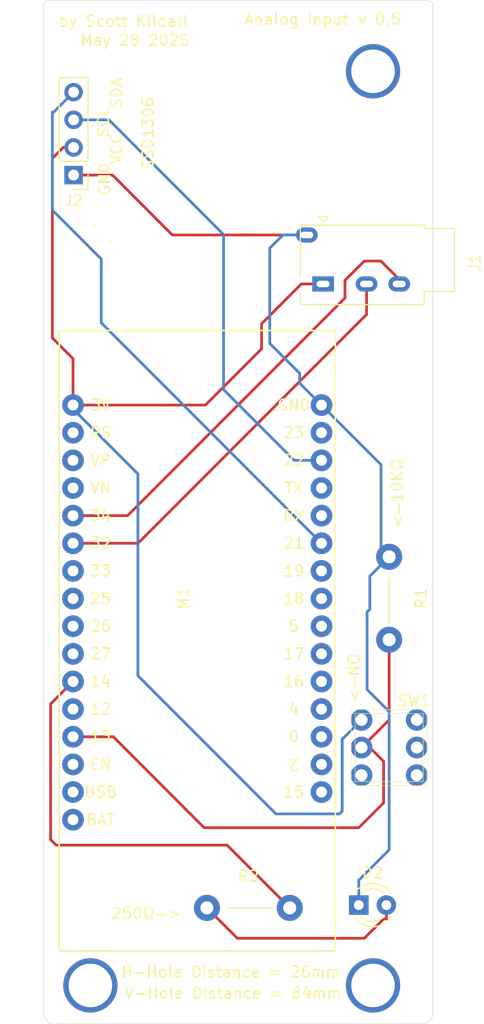
<source format=kicad_pcb>
(kicad_pcb (version 20241229) (generator "pcbnew") (generator_version "9.0")
  (layers (0 "F.Cu" signal) (2 "B.Cu" signal) (13 "F.Paste" user) (15 "B.Paste" user) (5 "F.SilkS" user "F.Silkscreen") (7 "B.SilkS" user "B.Silkscreen") (1 "F.Mask" user) (3 "B.Mask" user) (25 "Edge.Cuts" user))
  (net 0 "")
  (net 1 "Net-(M1-Pad1)")
  (net 2 "Net-(M1-Pad3)")
  (net 3 "Net-(M1-Pad4)")
  (net 4 "Net-(M1-Pad5)")
  (net 5 "Net-(M1-Pad6)")
  (net 6 "Net-(M1-Pad7)")
  (net 7 "Net-(M1-Pad8)")
  (net 8 "Net-(M1-Pad9)")
  (net 9 "Net-(M1-Pad10)")
  (net 10 "Net-(M1-Pad13)")
  (net 11 "Net-(M1-Pad14)")
  (net 12 "Net-(M1-Pad15)")
  (net 13 "Net-(M1-Pad18)")
  (net 14 "Net-(M1-Pad19)")
  (net 15 "Net-(M1-Pad22)")
  (net 16 "Net-(M1-Pad23)")
  (net 17 "Net-(M1-Pad24)")
  (net 18 "Net-(M1-Pad25)")
  (net 19 "Net-(M1-Pad26)")
  (net 20 "Net-(M1-Pad28)")
  (net 21 "Net-(M1-Pad29)")
  (net 22 "Net-(M1-Pad31)")
  (net 23 "Net-(D2-Pad2)")
  (net 24 "Net-(M1-Pad2)")
  (net 25 "Net-(J1-PadT)")
  (net 26 "Net-(J1-PadR1)")
  (net 27 "Net-(J1-PadR2)")
  (net 28 "Net-(M1-Pad20)")
  (net 29 "Net-(M1-Pad21)")
  (net 30 "Net-(J2-Pad3)")
  (net 31 "Net-(J2-Pad4)")
  (net 32 "Net-(D2-Pad1)")
  (footprint "Xenoform_Kicad:LolinD32_v1" (layer "F.Cu") (at 170.561 90.4494 90)
    (property "Reference" "M1" (at 0 0 90) (layer "F.SilkS"))
    (property "Value" "LolinD32_v1")
    (fp_line (start 24.63 -11.43) (end -32.37 -11.43) (stroke (width 0.15)) (layer "F.SilkS"))
    (fp_line (start -32.37 -11.43) (end -32.37 13.97) (stroke (width 0.15)) (layer "F.SilkS"))
    (fp_line (start 24.63 13.97) (end 24.63 -11.43) (stroke (width 0.15)) (layer "F.SilkS"))
    (fp_line (start -32.37 13.97) (end 24.63 13.97) (stroke (width 0.15)) (layer "F.SilkS"))
    (fp_text user "32" (at 5.08 -7.62 0) (layer "F.SilkS"))
    (fp_text user "USB" (at -17.78 -7.62 0) (layer "F.SilkS"))
    (fp_text user "33" (at 2.54 -7.62 0) (layer "F.SilkS"))
    (fp_text user "23" (at 15.24 10.16 0) (layer "F.SilkS"))
    (fp_text user "34" (at 7.62 -7.62 0) (layer "F.SilkS"))
    (fp_text user "RX" (at 7.62 10.16 0) (layer "F.SilkS"))
    (fp_text user "17" (at -5.08 10.16 0) (layer "F.SilkS"))
    (fp_text user "RS" (at 15.24 -7.62 0) (layer "F.SilkS"))
    (fp_text user "BAT" (at -20.32 -7.62 0) (layer "F.SilkS"))
    (fp_text user "21" (at 5.08 10.16 0) (layer "F.SilkS"))
    (fp_text user "22" (at 12.7 10.16 0) (layer "F.SilkS"))
    (fp_text user "5" (at -2.54 10.16 0) (layer "F.SilkS"))
    (fp_text user "26" (at -2.54 -7.62 0) (layer "F.SilkS"))
    (fp_text user "13" (at -12.7 -7.62 0) (layer "F.SilkS"))
    (fp_text user "12" (at -10.16 -7.62 0) (layer "F.SilkS"))
    (fp_text user "VP" (at 12.7 -7.62 0) (layer "F.SilkS"))
    (fp_text user "27" (at -5.08 -7.62 0) (layer "F.SilkS"))
    (fp_text user "VN" (at 10.16 -7.62 0) (layer "F.SilkS"))
    (fp_text user "15" (at -17.78 10.16 0) (layer "F.SilkS"))
    (fp_text user "14" (at -7.62 -7.62 0) (layer "F.SilkS"))
    (fp_text user "GND" (at 17.78 10.16 0) (layer "F.SilkS"))
    (fp_text user "25" (at 0 -7.62 0) (layer "F.SilkS"))
    (fp_text user "2" (at -15.24 10.16 180) (layer "F.SilkS"))
    (fp_text user "18" (at 0 10.16 0) (layer "F.SilkS"))
    (fp_text user "16" (at -7.62 10.16 0) (layer "F.SilkS"))
    (fp_text user "4" (at -10.16 10.16 0) (layer "F.SilkS"))
    (fp_text user "3V" (at 17.78 -7.62 0) (layer "F.SilkS"))
    (fp_text user "19" (at 2.54 10.16 0) (layer "F.SilkS"))
    (fp_text user "EN" (at -15.24 -7.62 0) (layer "F.SilkS"))
    (fp_text user "TX" (at 10.16 10.16 0) (layer "F.SilkS"))
    (fp_text user "0" (at -12.7 10.16 0) (layer "F.SilkS"))
    (pad "1" thru_hole circle (at -20.32 -10.16 90) (size 2 2) (drill 1) (layers "*.Cu" "*.Mask") (net 1 "Net-(M1-Pad1)"))
    (pad "2" thru_hole circle (at -17.78 -10.16 90) (size 2 2) (drill 1) (layers "*.Cu" "*.Mask") (net 24 "Net-(M1-Pad2)"))
    (pad "3" thru_hole circle (at -15.24 -10.16 90) (size 2 2) (drill 1) (layers "*.Cu" "*.Mask") (net 2 "Net-(M1-Pad3)"))
    (pad "4" thru_hole circle (at -12.7 -10.16 90) (size 2 2) (drill 1) (layers "*.Cu" "*.Mask") (net 3 "Net-(M1-Pad4)"))
    (pad "5" thru_hole circle (at -10.16 -10.16 90) (size 2 2) (drill 1) (layers "*.Cu" "*.Mask") (net 4 "Net-(M1-Pad5)"))
    (pad "6" thru_hole circle (at -7.62 -10.16 90) (size 2 2) (drill 1) (layers "*.Cu" "*.Mask") (net 5 "Net-(M1-Pad6)"))
    (pad "7" thru_hole circle (at -5.08 -10.16 90) (size 2 2) (drill 1) (layers "*.Cu" "*.Mask") (net 6 "Net-(M1-Pad7)"))
    (pad "8" thru_hole circle (at -2.54 -10.16 90) (size 2 2) (drill 1) (layers "*.Cu" "*.Mask") (net 7 "Net-(M1-Pad8)"))
    (pad "9" thru_hole circle (at 0 -10.16 90) (size 2 2) (drill 1) (layers "*.Cu" "*.Mask") (net 8 "Net-(M1-Pad9)"))
    (pad "10" thru_hole circle (at 2.54 -10.16 90) (size 2 2) (drill 1) (layers "*.Cu" "*.Mask") (net 9 "Net-(M1-Pad10)"))
    (pad "11" thru_hole circle (at 5.08 -10.16 90) (size 2 2) (drill 1) (layers "*.Cu" "*.Mask") (net 26 "Net-(J1-PadR1)"))
    (pad "12" thru_hole circle (at 7.62 -10.16 90) (size 2 2) (drill 1) (layers "*.Cu" "*.Mask") (net 27 "Net-(J1-PadR2)"))
    (pad "13" thru_hole circle (at 10.16 -10.16 90) (size 2 2) (drill 1) (layers "*.Cu" "*.Mask") (net 10 "Net-(M1-Pad13)"))
    (pad "14" thru_hole circle (at 12.7 -10.16 90) (size 2 2) (drill 1) (layers "*.Cu" "*.Mask") (net 11 "Net-(M1-Pad14)"))
    (pad "15" thru_hole circle (at 15.24 -10.16 90) (size 2 2) (drill 1) (layers "*.Cu" "*.Mask") (net 12 "Net-(M1-Pad15)"))
    (pad "16" thru_hole circle (at 17.78 -10.16 90) (size 2 2) (drill 1) (layers "*.Cu" "*.Mask") (net 25 "Net-(J1-PadT)"))
    (pad "18" thru_hole circle (at -17.78 12.7 90) (size 2 2) (drill 1) (layers "*.Cu" "*.Mask") (net 13 "Net-(M1-Pad18)"))
    (pad "19" thru_hole circle (at -15.24 12.7 90) (size 2 2) (drill 1) (layers "*.Cu" "*.Mask") (net 14 "Net-(M1-Pad19)"))
    (pad "20" thru_hole circle (at -12.7 12.7 90) (size 2 2) (drill 1) (layers "*.Cu" "*.Mask") (net 28 "Net-(M1-Pad20)"))
    (pad "21" thru_hole circle (at -10.16 12.7 90) (size 2 2) (drill 1) (layers "*.Cu" "*.Mask") (net 29 "Net-(M1-Pad21)"))
    (pad "22" thru_hole circle (at -7.62 12.7 90) (size 2 2) (drill 1) (layers "*.Cu" "*.Mask") (net 15 "Net-(M1-Pad22)"))
    (pad "23" thru_hole circle (at -5.08 12.7 90) (size 2 2) (drill 1) (layers "*.Cu" "*.Mask") (net 16 "Net-(M1-Pad23)"))
    (pad "24" thru_hole circle (at -2.54 12.7 90) (size 2 2) (drill 1) (layers "*.Cu" "*.Mask") (net 17 "Net-(M1-Pad24)"))
    (pad "25" thru_hole circle (at 0 12.7 90) (size 2 2) (drill 1) (layers "*.Cu" "*.Mask") (net 18 "Net-(M1-Pad25)"))
    (pad "26" thru_hole circle (at 2.54 12.7 90) (size 2 2) (drill 1) (layers "*.Cu" "*.Mask") (net 19 "Net-(M1-Pad26)"))
    (pad "27" thru_hole circle (at 5.08 12.7 90) (size 2 2) (drill 1) (layers "*.Cu" "*.Mask") (net 31 "Net-(J2-Pad4)"))
    (pad "28" thru_hole circle (at 7.62 12.7 90) (size 2 2) (drill 1) (layers "*.Cu" "*.Mask") (net 20 "Net-(M1-Pad28)"))
    (pad "29" thru_hole circle (at 10.16 12.7 90) (size 2 2) (drill 1) (layers "*.Cu" "*.Mask") (net 21 "Net-(M1-Pad29)"))
    (pad "30" thru_hole circle (at 12.7 12.7 90) (size 2 2) (drill 1) (layers "*.Cu" "*.Mask") (net 30 "Net-(J2-Pad3)"))
    (pad "31" thru_hole circle (at 15.24 12.7 90) (size 2 2) (drill 1) (layers "*.Cu" "*.Mask") (net 22 "Net-(M1-Pad31)"))
    (pad "32" thru_hole circle (at 17.78 12.7 90) (size 2 2) (drill 1) (layers "*.Cu" "*.Mask") (net 32 "Net-(D2-Pad1)"))
  )
  (footprint "Xenoform_Kicad:Jack_3.5mm_PJ320D_ThruHole" (layer "F.Cu") (at 183.41 57.04 -90)
    (property "Reference" "J1" (at 2.54 -13.97 90) (layer "F.SilkS"))
    (property "Value" "AudioJack4")
    (fp_line (start -0.9 2.1) (end 3.7 2.1) (stroke (width 0.12)) (layer "F.SilkS"))
    (fp_line (start 6.4 2.1) (end 5.3 2.1) (stroke (width 0.12)) (layer "F.SilkS"))
    (fp_line (start -1.7 0.5) (end -1.2 0) (stroke (width 0.12)) (layer "F.SilkS"))
    (fp_line (start -1.2 0) (end -1.7 -0.5) (stroke (width 0.12)) (layer "F.SilkS"))
    (fp_line (start -1.7 -0.5) (end -1.7 0.5) (stroke (width 0.12)) (layer "F.SilkS"))
    (fp_line (start -0.9 -9.3) (end -0.9 2.1) (stroke (width 0.12)) (layer "F.SilkS"))
    (fp_line (start -0.9 -9.3) (end -0.6 -9.3) (stroke (width 0.12)) (layer "F.SilkS"))
    (fp_line (start -0.6 -9.3) (end -0.6 -12.1) (stroke (width 0.12)) (layer "F.SilkS"))
    (fp_line (start 5.2 -9.3) (end 6.4 -9.3) (stroke (width 0.12)) (layer "F.SilkS"))
    (fp_line (start 5.2 -9.3) (end 5.2 -12.1) (stroke (width 0.12)) (layer "F.SilkS"))
    (fp_line (start 6.4 -9.3) (end 6.4 2.1) (stroke (width 0.12)) (layer "F.SilkS"))
    (fp_line (start 5.2 -12.1) (end -0.6 -12.1) (stroke (width 0.12)) (layer "F.SilkS"))
    (pad "" np_thru_hole circle (at 2.3 -8.6 180) (size 1.2 1.2) (drill 1.2) (layers "*.Cu" "*.Mask"))
    (pad "" np_thru_hole circle (at 2.3 -1.6 180) (size 1.2 1.2) (drill 1.2) (layers "*.Cu" "*.Mask"))
    (pad "R1" thru_hole oval (at 4.5 -4 180) (size 2 1.4) (drill oval 1.2 0.6) (layers "*.Cu" "*.Mask") (net 26 "Net-(J1-PadR1)"))
    (pad "R2" thru_hole oval (at 4.5 -7 180) (size 2 1.4) (drill oval 1.2 0.6) (layers "*.Cu" "*.Mask") (net 27 "Net-(J1-PadR2)"))
    (pad "S" thru_hole oval (at 0 1.5 180) (size 2 1.4) (drill oval 1.2 0.6) (layers "*.Cu" "*.Mask") (net 32 "Net-(D2-Pad1)"))
    (pad "T" thru_hole rect (at 4.5 0 180) (size 2 1.4) (drill oval 1.2 0.6) (layers "*.Cu" "*.Mask") (net 25 "Net-(J1-PadT)"))
  )
  (footprint "Connector_PinHeader_2.54mm:PinHeader_1x04_P2.54mm_Vertical" (layer "F.Cu") (at 160.4518 51.5366 180)
    (property "Reference" "J2" (at 0 -2.33 0) (layer "F.SilkS"))
    (property "Value" "Conn_01x04_Male")
    (fp_line (start 1.33 1.27) (end 1.33 8.95) (stroke (width 0.12)) (layer "F.SilkS"))
    (fp_line (start -1.33 8.95) (end 1.33 8.95) (stroke (width 0.12)) (layer "F.SilkS"))
    (fp_line (start -1.33 1.27) (end 1.33 1.27) (stroke (width 0.12)) (layer "F.SilkS"))
    (fp_line (start -1.33 1.27) (end -1.33 8.95) (stroke (width 0.12)) (layer "F.SilkS"))
    (fp_line (start -1.33 0) (end -1.33 -1.33) (stroke (width 0.12)) (layer "F.SilkS"))
    (fp_line (start -1.33 -1.33) (end 0 -1.33) (stroke (width 0.12)) (layer "F.SilkS"))
    (pad "1" thru_hole rect (at 0 0 180) (size 1.7 1.7) (drill 1) (layers "*.Cu" "*.Mask") (net 32 "Net-(D2-Pad1)"))
    (pad "2" thru_hole oval (at 0 2.54 180) (size 1.7 1.7) (drill 1) (layers "*.Cu" "*.Mask") (net 25 "Net-(J1-PadT)"))
    (pad "3" thru_hole oval (at 0 5.08 180) (size 1.7 1.7) (drill 1) (layers "*.Cu" "*.Mask") (net 30 "Net-(J2-Pad3)"))
    (pad "4" thru_hole oval (at 0 7.62 180) (size 1.7 1.7) (drill 1) (layers "*.Cu" "*.Mask") (net 31 "Net-(J2-Pad4)"))
  )
  (footprint "LED_THT:LED_D3.0mm_FlatTop" (layer "F.Cu") (at 186.69 118.618)
    (property "Reference" "D2" (at 1.27 -2.96 0) (layer "F.SilkS"))
    (property "Value" "LED")
    (fp_line (start -0.29 -1.236) (end -0.29 -1.08) (stroke (width 0.12)) (layer "F.SilkS"))
    (fp_line (start -0.29 1.08) (end -0.29 1.236) (stroke (width 0.12)) (layer "F.SilkS"))
    (fp_arc (start -0.29 -1.235516) (mid 1.366487 -1.987659) (end 2.942335 -1.078608) (stroke (width 0.12)) (layer "F.SilkS"))
    (fp_arc (start 0.229039 -1.08) (mid 1.270117 -1.5) (end 2.31113 -1.079837) (stroke (width 0.12)) (layer "F.SilkS"))
    (fp_arc (start 2.31113 1.079837) (mid 1.270117 1.5) (end 0.229039 1.08) (stroke (width 0.12)) (layer "F.SilkS"))
    (fp_arc (start 2.942335 1.078608) (mid 1.366487 1.987659) (end -0.29 1.235516) (stroke (width 0.12)) (layer "F.SilkS"))
    (pad "1" thru_hole rect (at 0 0) (size 1.8 1.8) (drill 0.9) (layers "*.Cu" "*.Mask") (net 32 "Net-(D2-Pad1)"))
    (pad "2" thru_hole circle (at 2.54 0) (size 1.8 1.8) (drill 0.9) (layers "*.Cu" "*.Mask") (net 23 "Net-(D2-Pad2)"))
  )
  (footprint "Xenoform_Kicad:Resistor_TRT" (layer "F.Cu") (at 189.484 86.614 -90)
    (property "Reference" "R1" (at 3.81 -2.92 90) (layer "F.SilkS"))
    (property "Value" "R")
    (fp_line (start 1.92 0) (end 6.12 0) (stroke (width 0.12)) (layer "F.SilkS"))
    (pad "1" thru_hole circle (at 0 0 270) (size 2.4 2.4) (drill 1.2) (layers "*.Cu" "*.Mask") (net 32 "Net-(D2-Pad1)"))
    (pad "2" thru_hole oval (at 7.62 0 270) (size 2.4 2.4) (drill 1.2) (layers "*.Cu" "*.Mask") (net 3 "Net-(M1-Pad4)"))
  )
  (footprint "Xenoform_Kicad:Resistor_TRT" (layer "F.Cu") (at 172.72 118.872)
    (property "Reference" "R2" (at 3.81 -2.92 0) (layer "F.SilkS"))
    (property "Value" "R")
    (fp_line (start 1.92 0) (end 6.12 0) (stroke (width 0.12)) (layer "F.SilkS"))
    (pad "1" thru_hole circle (at 0 0) (size 2.4 2.4) (drill 1.2) (layers "*.Cu" "*.Mask") (net 23 "Net-(D2-Pad2)"))
    (pad "2" thru_hole oval (at 7.62 0) (size 2.4 2.4) (drill 1.2) (layers "*.Cu" "*.Mask") (net 5 "Net-(M1-Pad6)"))
  )
  (footprint "Xenoform_Kicad:TPST_ThruHole_LatchingSwitch" (layer "F.Cu") (at 189.484 104.14)
    (property "Reference" "SW1" (at 2.286 -4.318 0) (layer "F.SilkS"))
    (property "Value" "SW_SPST")
    (fp_line (start -3.5 -3.5) (end 3.5 -3.5) (stroke (width 0.05)) (layer "F.SilkS"))
    (fp_line (start -3.5 3.5) (end -3.5 -3.5) (stroke (width 0.05)) (layer "F.SilkS"))
    (fp_line (start -3.5 3.5) (end 3.5 3.5) (stroke (width 0.05)) (layer "F.SilkS"))
    (fp_line (start -3.125 -3.125) (end -3.125 3.125) (stroke (width 0.05)) (layer "F.SilkS"))
    (fp_line (start -3.125 -3.125) (end 3.125 -3.125) (stroke (width 0.05)) (layer "F.SilkS"))
    (fp_line (start -3.125 3.125) (end 3.125 3.125) (stroke (width 0.05)) (layer "F.SilkS"))
    (fp_line (start 3.125 -3.125) (end 3.125 3.125) (stroke (width 0.05)) (layer "F.SilkS"))
    (fp_line (start 3.5 3.5) (end 3.5 -3.5) (stroke (width 0.05)) (layer "F.SilkS"))
    (pad "1" thru_hole circle (at -2.54 -2.54 90) (size 2 2) (drill 1.1) (layers "*.Cu" "*.Mask") (net 25 "Net-(J1-PadT)"))
    (pad "2" thru_hole circle (at -2.54 0 90) (size 2 2) (drill 1.1) (layers "*.Cu" "*.Mask") (net 3 "Net-(M1-Pad4)"))
    (pad "3" thru_hole circle (at -2.54 2.54 90) (size 2 2) (drill 1.1) (layers "*.Cu" "*.Mask"))
    (pad "4" thru_hole circle (at 2.54 2.54 90) (size 2 2) (drill 1.1) (layers "*.Cu" "*.Mask"))
    (pad "5" thru_hole circle (at 2.54 0 90) (size 2 2) (drill 1.1) (layers "*.Cu" "*.Mask"))
    (pad "6" thru_hole circle (at 2.54 -2.54 90) (size 2 2) (drill 1.1) (layers "*.Cu" "*.Mask"))
  )
  (gr_line (start 193.008 35.472) (end 158.2064 35.472) (stroke (width 0.05)) (layer "Edge.Cuts"))
  (gr_arc (start 193.008 35.472) (mid 193.36721 35.62079) (end 193.516 35.98) (stroke (width 0.05)) (layer "Edge.Cuts"))
  (gr_arc (start 158.7144 129.54) (mid 157.99598 129.24242) (end 157.6984 128.524) (stroke (width 0.05)) (layer "Edge.Cuts"))
  (gr_arc (start 193.516 128.524) (mid 193.21842 129.24242) (end 192.5 129.54) (stroke (width 0.05)) (layer "Edge.Cuts"))
  (gr_arc (start 157.6984 35.98) (mid 157.84719 35.62079) (end 158.2064 35.472) (stroke (width 0.05)) (layer "Edge.Cuts"))
  (gr_line (start 193.516 128.524) (end 193.516 35.98) (stroke (width 0.05)) (layer "Edge.Cuts"))
  (gr_line (start 157.6984 35.98) (end 157.6984 128.524) (stroke (width 0.05)) (layer "Edge.Cuts"))
  (gr_line (start 158.7144 129.54) (end 192.5 129.54) (stroke (width 0.05)) (layer "Edge.Cuts"))
  (gr_text "V-Hole Distance = 84mm\n" (at 175.1 126.71 0) (layer "F.SilkS") (effects (font (size 1 1))))
  (gr_text "May 28 2025" (at 166.09 39.15 0) (layer "F.SilkS") (effects (font (size 1 1))))
  (gr_text "<—10KΩ\n" (at 190.246 80.772 90) (layer "F.SilkS") (effects (font (size 1 1))))
  (gr_text "250Ω—>\n" (at 167.132 119.38 0) (layer "F.SilkS") (effects (font (size 1 1))))
  (gr_text "VCC" (at 164.4 49.1 90) (layer "F.SilkS") (effects (font (size 1 1))))
  (gr_text "<—NO\n" (at 186.25 97.75 90) (layer "F.SilkS") (effects (font (size 1 1))))
  (gr_text "H-Hole Distance = 26mm\n" (at 174.91 124.77 0) (layer "F.SilkS") (effects (font (size 1 1))))
  (gr_text "by Scott Kildall\n" (at 165.06 37.39 0) (layer "F.SilkS") (effects (font (size 1 1))))
  (gr_text "v 0.5\n" (at 188.61 37.22 0) (layer "F.SilkS") (effects (font (size 1 1))))
  (gr_text "GND" (at 163.3 51.9 90) (layer "F.SilkS") (effects (font (size 1 1))))
  (gr_text "Analog Input\n" (at 180.94 37.22 0) (layer "F.SilkS") (effects (font (size 1 1))))
  (gr_text "SCL" (at 163.2 46.7 90) (layer "F.SilkS") (effects (font (size 1 1))))
  (gr_text "SDA" (at 164.4 44 90) (layer "F.SilkS") (effects (font (size 1 1))))
  (gr_text "SSD1306" (at 167.3 47.7 90) (layer "F.SilkS") (effects (font (size 1 1))))
  (via (at 162 126) (size 5) (drill 4) (layers "F.Cu" "B.Cu") (net 0))
  (via (at 188 42) (size 5) (drill 4) (layers "F.Cu" "B.Cu") (net 0))
  (via (at 188 126) (size 5) (drill 4) (layers "F.Cu" "B.Cu") (net 0))
  (segment (start 189.484 101.6) (end 189.484 94.234) (width 0.25) (layer "F.Cu") (net 3))
  (segment (start 186.944 104.14) (end 187.706 104.14) (width 0.25) (layer "F.Cu") (net 3))
  (segment (start 172.466 111.506) (end 186.69 111.506) (width 0.25) (layer "F.Cu") (net 3))
  (segment (start 160.401 103.1494) (end 164.1094 103.1494) (width 0.25) (layer "F.Cu") (net 3))
  (segment (start 186.944 104.14) (end 189.484 101.6) (width 0.25) (layer "F.Cu") (net 3))
  (segment (start 164.1094 103.1494) (end 172.466 111.506) (width 0.25) (layer "F.Cu") (net 3))
  (segment (start 188.976 105.41) (end 188.976 109.22) (width 0.25) (layer "F.Cu") (net 3))
  (segment (start 187.706 104.14) (end 188.976 105.41) (width 0.25) (layer "F.Cu") (net 3))
  (segment (start 186.69 111.506) (end 188.976 109.22) (width 0.25) (layer "F.Cu") (net 3))
  (segment (start 180.34 118.872) (end 174.578 113.11) (width 0.25) (layer "F.Cu") (net 5))
  (segment (start 158.85 113.11) (end 158.34 112.6) (width 0.25) (layer "F.Cu") (net 5))
  (segment (start 174.578 113.11) (end 168.99 113.11) (width 0.25) (layer "F.Cu") (net 5))
  (segment (start 158.34 100.1304) (end 160.401 98.0694) (width 0.25) (layer "F.Cu") (net 5))
  (segment (start 158.34 112.6) (end 158.34 100.1304) (width 0.25) (layer "F.Cu") (net 5))
  (segment (start 168.99 113.11) (end 158.85 113.11) (width 0.25) (layer "F.Cu") (net 5))
  (segment (start 189.23 119.888) (end 188.976 119.888) (width 0.25) (layer "F.Cu") (net 23))
  (segment (start 189.23 118.618) (end 189.23 119.888) (width 0.25) (layer "F.Cu") (net 23))
  (segment (start 175.514 121.666) (end 172.72 118.872) (width 0.25) (layer "F.Cu") (net 23))
  (segment (start 188.976 119.888) (end 187.198 121.666) (width 0.25) (layer "F.Cu") (net 23))
  (segment (start 187.198 121.666) (end 175.514 121.666) (width 0.25) (layer "F.Cu") (net 23))
  (segment (start 159.5034 48.9966) (end 158.5 50) (width 0.25) (layer "F.Cu") (net 25))
  (segment (start 158.5 50) (end 158.5 66.5) (width 0.25) (layer "F.Cu") (net 25))
  (segment (start 172.5806 72.6694) (end 177.75 67.5) (width 0.25) (layer "F.Cu") (net 25))
  (segment (start 160.401 68.401) (end 160.401 72.6694) (width 0.25) (layer "F.Cu") (net 25))
  (segment (start 160.401 72.6694) (end 172.5806 72.6694) (width 0.25) (layer "F.Cu") (net 25))
  (segment (start 181.41 61.54) (end 183.41 61.54) (width 0.25) (layer "F.Cu") (net 25))
  (segment (start 160.4518 48.9966) (end 159.5034 48.9966) (width 0.25) (layer "F.Cu") (net 25))
  (segment (start 177.75 67.5) (end 177.75 65.2) (width 0.25) (layer "F.Cu") (net 25))
  (segment (start 158.5 66.5) (end 160.401 68.401) (width 0.25) (layer "F.Cu") (net 25))
  (segment (start 177.75 65.2) (end 181.41 61.54) (width 0.25) (layer "F.Cu") (net 25))
  (segment (start 160.401 73.025) (end 160.401 72.6694) (width 0.25) (layer "B.Cu") (net 25))
  (segment (start 184.912 110.236) (end 179.07 110.236) (width 0.25) (layer "B.Cu") (net 25))
  (segment (start 166.37 78.994) (end 160.401 73.025) (width 0.25) (layer "B.Cu") (net 25))
  (segment (start 185.166 109.982) (end 184.912 110.236) (width 0.25) (layer "B.Cu") (net 25))
  (segment (start 185.166 109.982) (end 185.166 103.378) (width 0.25) (layer "B.Cu") (net 25))
  (segment (start 185.166 103.378) (end 186.944 101.6) (width 0.25) (layer "B.Cu") (net 25))
  (segment (start 179.07 110.236) (end 166.37 97.536) (width 0.25) (layer "B.Cu") (net 25))
  (segment (start 166.37 97.536) (end 166.37 78.994) (width 0.25) (layer "B.Cu") (net 25))
  (segment (start 185.184 66.566) (end 185.41 66.34) (width 0.25) (layer "F.Cu") (net 26))
  (segment (start 166.3806 85.3694) (end 185.184 66.566) (width 0.25) (layer "F.Cu") (net 26))
  (segment (start 160.401 85.3694) (end 166.3806 85.3694) (width 0.25) (layer "F.Cu") (net 26))
  (segment (start 187.41 64.34) (end 185.184 66.566) (width 0.25) (layer "F.Cu") (net 26))
  (segment (start 187.41 61.54) (end 187.41 64.34) (width 0.25) (layer "F.Cu") (net 26))
  (segment (start 190.41 61.54) (end 190.41 61.124) (width 0.25) (layer "F.Cu") (net 27))
  (segment (start 165.4206 82.8294) (end 160.401 82.8294) (width 0.25) (layer "F.Cu") (net 27))
  (segment (start 190.41 61.124) (end 188.722 59.436) (width 0.25) (layer "F.Cu") (net 27))
  (segment (start 185.42 62.83) (end 183.18 65.07) (width 0.25) (layer "F.Cu") (net 27))
  (segment (start 183.18 65.07) (end 165.4206 82.8294) (width 0.25) (layer "F.Cu") (net 27))
  (segment (start 185.42 61.214) (end 185.42 62.83) (width 0.25) (layer "F.Cu") (net 27))
  (segment (start 183.25 65) (end 183.18 65.07) (width 0.25) (layer "F.Cu") (net 27))
  (segment (start 187.198 59.436) (end 185.42 61.214) (width 0.25) (layer "F.Cu") (net 27))
  (segment (start 188.722 59.436) (end 187.198 59.436) (width 0.25) (layer "F.Cu") (net 27))
  (segment (start 163.7066 46.4566) (end 174.25 57) (width 0.25) (layer "B.Cu") (net 30))
  (segment (start 174.25 71.25) (end 180.7494 77.7494) (width 0.25) (layer "B.Cu") (net 30))
  (segment (start 174.25 57) (end 174.25 71.25) (width 0.25) (layer "B.Cu") (net 30))
  (segment (start 180.7494 77.7494) (end 183.261 77.7494) (width 0.25) (layer "B.Cu") (net 30))
  (segment (start 160.4518 46.4566) (end 163.7066 46.4566) (width 0.25) (layer "B.Cu") (net 30))
  (segment (start 183.261 85.3694) (end 163 65.1084) (width 0.25) (layer "B.Cu") (net 31))
  (segment (start 158.5 54.75) (end 158.5 45.75) (width 0.25) (layer "B.Cu") (net 31))
  (segment (start 163 65.1084) (end 163 59.25) (width 0.25) (layer "B.Cu") (net 31))
  (segment (start 158.5 45.75) (end 158.6184 45.75) (width 0.25) (layer "B.Cu") (net 31))
  (segment (start 158.6184 45.75) (end 160.4518 43.9166) (width 0.25) (layer "B.Cu") (net 31))
  (segment (start 163 59.25) (end 158.5 54.75) (width 0.25) (layer "B.Cu") (net 31))
  (segment (start 176.386 57.04) (end 176.04 57.04) (width 0.25) (layer "F.Cu") (net 32))
  (segment (start 176.71 57.04) (end 176.386 57.04) (width 0.25) (layer "F.Cu") (net 32))
  (segment (start 181.91 57.04) (end 176.386 57.04) (width 0.25) (layer "F.Cu") (net 32))
  (segment (start 160.4518 51.5366) (end 164.0366 51.5366) (width 0.25) (layer "F.Cu") (net 32))
  (segment (start 164.0366 51.5366) (end 169.54 57.04) (width 0.25) (layer "F.Cu") (net 32))
  (segment (start 169.54 57.04) (end 176.71 57.04) (width 0.25) (layer "F.Cu") (net 32))
  (segment (start 187.452 98.806) (end 189.484 100.838) (width 0.25) (layer "B.Cu") (net 32))
  (segment (start 179.71 57.04) (end 178.5 58.25) (width 0.25) (layer "B.Cu") (net 32))
  (segment (start 178.5 67) (end 181.25 69.75) (width 0.25) (layer "B.Cu") (net 32))
  (segment (start 179.91 57.04) (end 181.91 57.04) (width 0.25) (layer "B.Cu") (net 32))
  (segment (start 187.706 88.392) (end 187.706 91.44) (width 0.25) (layer "B.Cu") (net 32))
  (segment (start 179.91 57.04) (end 179.71 57.04) (width 0.25) (layer "B.Cu") (net 32))
  (segment (start 186.69 116.332) (end 186.69 118.618) (width 0.25) (layer "B.Cu") (net 32))
  (segment (start 181.25 69.75) (end 181.25 70.6584) (width 0.25) (layer "B.Cu") (net 32))
  (segment (start 189.484 86.614) (end 188.73501 85.86501) (width 0.25) (layer "B.Cu") (net 32))
  (segment (start 178.5 58.25) (end 178.5 67) (width 0.25) (layer "B.Cu") (net 32))
  (segment (start 181.25 70.6584) (end 183.261 72.6694) (width 0.25) (layer "B.Cu") (net 32))
  (segment (start 187.706 91.44) (end 187.452 91.694) (width 0.25) (layer "B.Cu") (net 32))
  (segment (start 189.484 100.838) (end 189.484 113.538) (width 0.25) (layer "B.Cu") (net 32))
  (segment (start 189.484 113.538) (end 186.69 116.332) (width 0.25) (layer "B.Cu") (net 32))
  (segment (start 189.484 86.614) (end 187.706 88.392) (width 0.25) (layer "B.Cu") (net 32))
  (segment (start 183.261 72.6694) (end 184.1694 72.6694) (width 0.25) (layer "B.Cu") (net 32))
  (segment (start 188.73501 85.86501) (end 188.73501 78.14341) (width 0.25) (layer "B.Cu") (net 32))
  (segment (start 187.452 91.694) (end 187.452 98.806) (width 0.25) (layer "B.Cu") (net 32))
  (segment (start 188.73501 78.14341) (end 183.261 72.6694) (width 0.25) (layer "B.Cu") (net 32))
)
</source>
